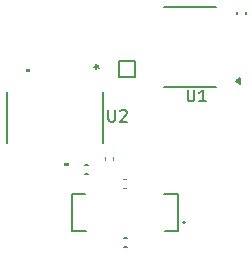
<source format=gbr>
%TF.GenerationSoftware,KiCad,Pcbnew,8.0.8*%
%TF.CreationDate,2025-09-03T22:29:27+08:00*%
%TF.ProjectId,FrekLedMini,4672656b-4c65-4644-9d69-6e692e6b6963,rev?*%
%TF.SameCoordinates,Original*%
%TF.FileFunction,Legend,Top*%
%TF.FilePolarity,Positive*%
%FSLAX46Y46*%
G04 Gerber Fmt 4.6, Leading zero omitted, Abs format (unit mm)*
G04 Created by KiCad (PCBNEW 8.0.8) date 2025-09-03 22:29:27*
%MOMM*%
%LPD*%
G01*
G04 APERTURE LIST*
%ADD10C,0.153000*%
%ADD11C,0.120000*%
%ADD12C,0.152400*%
%ADD13C,0.000000*%
G04 APERTURE END LIST*
D10*
X116238095Y-108454663D02*
X116238095Y-109264186D01*
X116238095Y-109264186D02*
X116285714Y-109359424D01*
X116285714Y-109359424D02*
X116333333Y-109407044D01*
X116333333Y-109407044D02*
X116428571Y-109454663D01*
X116428571Y-109454663D02*
X116619047Y-109454663D01*
X116619047Y-109454663D02*
X116714285Y-109407044D01*
X116714285Y-109407044D02*
X116761904Y-109359424D01*
X116761904Y-109359424D02*
X116809523Y-109264186D01*
X116809523Y-109264186D02*
X116809523Y-108454663D01*
X117809523Y-109454663D02*
X117238095Y-109454663D01*
X117523809Y-109454663D02*
X117523809Y-108454663D01*
X117523809Y-108454663D02*
X117428571Y-108597520D01*
X117428571Y-108597520D02*
X117333333Y-108692758D01*
X117333333Y-108692758D02*
X117238095Y-108740377D01*
X109538095Y-110154663D02*
X109538095Y-110964186D01*
X109538095Y-110964186D02*
X109585714Y-111059424D01*
X109585714Y-111059424D02*
X109633333Y-111107044D01*
X109633333Y-111107044D02*
X109728571Y-111154663D01*
X109728571Y-111154663D02*
X109919047Y-111154663D01*
X109919047Y-111154663D02*
X110014285Y-111107044D01*
X110014285Y-111107044D02*
X110061904Y-111059424D01*
X110061904Y-111059424D02*
X110109523Y-110964186D01*
X110109523Y-110964186D02*
X110109523Y-110154663D01*
X110538095Y-110249901D02*
X110585714Y-110202282D01*
X110585714Y-110202282D02*
X110680952Y-110154663D01*
X110680952Y-110154663D02*
X110919047Y-110154663D01*
X110919047Y-110154663D02*
X111014285Y-110202282D01*
X111014285Y-110202282D02*
X111061904Y-110249901D01*
X111061904Y-110249901D02*
X111109523Y-110345139D01*
X111109523Y-110345139D02*
X111109523Y-110440377D01*
X111109523Y-110440377D02*
X111061904Y-110583234D01*
X111061904Y-110583234D02*
X110490476Y-111154663D01*
X110490476Y-111154663D02*
X111109523Y-111154663D01*
X108354663Y-106499999D02*
X108592758Y-106499999D01*
X108497520Y-106738094D02*
X108592758Y-106499999D01*
X108592758Y-106499999D02*
X108497520Y-106261904D01*
X108783234Y-106642856D02*
X108592758Y-106499999D01*
X108592758Y-106499999D02*
X108783234Y-106357142D01*
%TO.C,J1*%
X106480000Y-117270000D02*
X107530000Y-117270000D01*
X106480000Y-120430000D02*
X106480000Y-117270000D01*
X107630000Y-120430000D02*
X106480000Y-120430000D01*
X114270000Y-117270000D02*
X115420000Y-117270000D01*
X115420000Y-117270000D02*
X115420000Y-120430000D01*
X115420000Y-120430000D02*
X114370000Y-120430000D01*
X116050000Y-119715000D02*
G75*
G02*
X115850000Y-119715000I-100000J0D01*
G01*
X115850000Y-119715000D02*
G75*
G02*
X116050000Y-119715000I100000J0D01*
G01*
D11*
%TO.C,R5*%
X110736359Y-116020000D02*
X111043641Y-116020000D01*
X110736359Y-116780000D02*
X111043641Y-116780000D01*
%TO.C,C3*%
X109240000Y-114172164D02*
X109240000Y-114387836D01*
X109960000Y-114172164D02*
X109960000Y-114387836D01*
D10*
%TO.C,U1*%
X116462500Y-101440000D02*
X114262500Y-101440000D01*
X116462500Y-101440000D02*
X118662500Y-101440000D01*
X116462500Y-108210000D02*
X114262500Y-108210000D01*
X116462500Y-108210000D02*
X118662500Y-108210000D01*
X120652500Y-107990000D02*
X120322500Y-107750000D01*
X120652500Y-107510000D01*
X120652500Y-107990000D01*
G36*
X120652500Y-107990000D02*
G01*
X120322500Y-107750000D01*
X120652500Y-107510000D01*
X120652500Y-107990000D01*
G37*
%TO.C,R1*%
X107843641Y-114820000D02*
X107536359Y-114820000D01*
X107843641Y-115580000D02*
X107536359Y-115580000D01*
%TO.C,TP1*%
X110400000Y-106000000D02*
X111800000Y-106000000D01*
X110400000Y-107400000D02*
X110400000Y-106000000D01*
X111800000Y-106000000D02*
X111800000Y-107400000D01*
X111800000Y-107400000D02*
X110400000Y-107400000D01*
D12*
%TO.C,U2*%
X100948293Y-108655311D02*
X100948293Y-112999389D01*
X109101693Y-112999389D02*
X109101693Y-108655311D01*
D13*
G36*
X102940542Y-106966550D02*
G01*
X102559542Y-106966550D01*
X102559542Y-106712550D01*
X102940542Y-106712550D01*
X102940542Y-106966550D01*
G37*
G36*
X106190472Y-114942150D02*
G01*
X105809472Y-114942150D01*
X105809472Y-114688150D01*
X106190472Y-114688150D01*
X106190472Y-114942150D01*
G37*
D10*
%TO.C,R4*%
X111143641Y-121020000D02*
X110836359Y-121020000D01*
X111143641Y-121780000D02*
X110836359Y-121780000D01*
%TO.C,C1*%
X120440000Y-102087836D02*
X120440000Y-101872164D01*
X121160000Y-102087836D02*
X121160000Y-101872164D01*
%TD*%
M02*

</source>
